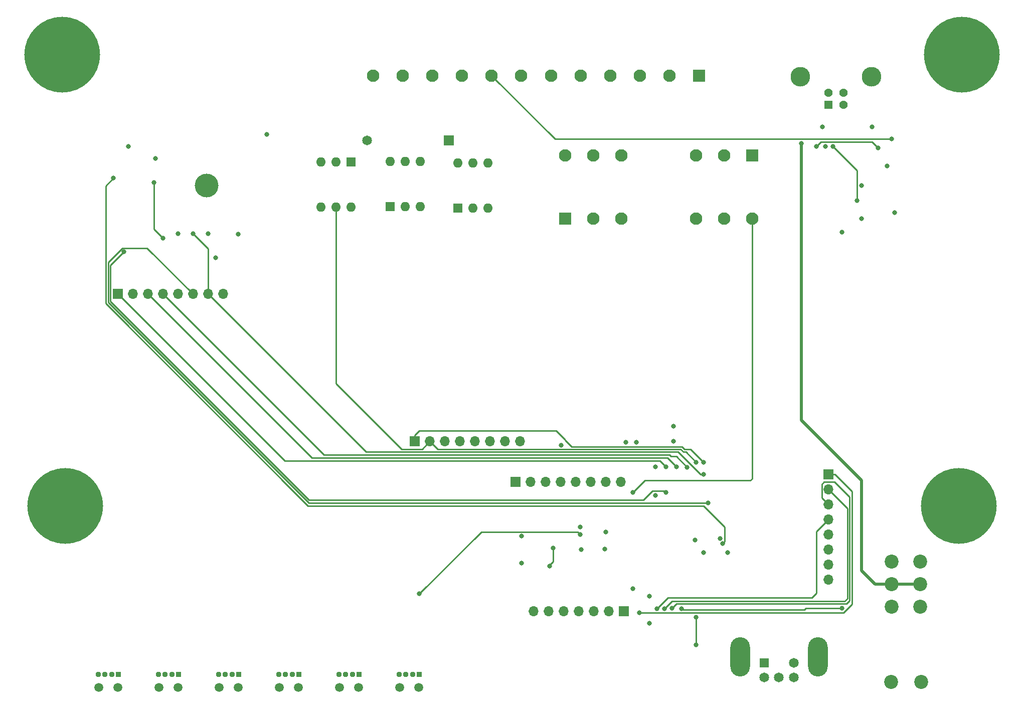
<source format=gbl>
%TF.GenerationSoftware,KiCad,Pcbnew,8.0.2*%
%TF.CreationDate,2024-05-30T20:46:21-07:00*%
%TF.ProjectId,DSP_TU,4453505f-5455-42e6-9b69-6361645f7063,B*%
%TF.SameCoordinates,Original*%
%TF.FileFunction,Copper,L4,Bot*%
%TF.FilePolarity,Positive*%
%FSLAX46Y46*%
G04 Gerber Fmt 4.6, Leading zero omitted, Abs format (unit mm)*
G04 Created by KiCad (PCBNEW 8.0.2) date 2024-05-30 20:46:21*
%MOMM*%
%LPD*%
G01*
G04 APERTURE LIST*
%TA.AperFunction,ComponentPad*%
%ADD10C,6.800000*%
%TD*%
%TA.AperFunction,ConnectorPad*%
%ADD11C,12.800000*%
%TD*%
%TA.AperFunction,ComponentPad*%
%ADD12R,1.700000X1.700000*%
%TD*%
%TA.AperFunction,ComponentPad*%
%ADD13O,1.700000X1.700000*%
%TD*%
%TA.AperFunction,ComponentPad*%
%ADD14R,1.428000X1.428000*%
%TD*%
%TA.AperFunction,ComponentPad*%
%ADD15C,1.428000*%
%TD*%
%TA.AperFunction,ComponentPad*%
%ADD16C,3.316000*%
%TD*%
%TA.AperFunction,ComponentPad*%
%ADD17R,0.950000X0.950000*%
%TD*%
%TA.AperFunction,ComponentPad*%
%ADD18C,0.950000*%
%TD*%
%TA.AperFunction,ComponentPad*%
%ADD19C,1.500000*%
%TD*%
%TA.AperFunction,ComponentPad*%
%ADD20R,2.100000X2.100000*%
%TD*%
%TA.AperFunction,ComponentPad*%
%ADD21C,2.100000*%
%TD*%
%TA.AperFunction,ComponentPad*%
%ADD22R,1.600000X1.600000*%
%TD*%
%TA.AperFunction,ComponentPad*%
%ADD23O,1.600000X1.600000*%
%TD*%
%TA.AperFunction,ComponentPad*%
%ADD24R,1.651000X1.651000*%
%TD*%
%TA.AperFunction,ComponentPad*%
%ADD25C,1.651000*%
%TD*%
%TA.AperFunction,ComponentPad*%
%ADD26C,2.362200*%
%TD*%
%TA.AperFunction,ComponentPad*%
%ADD27R,1.650000X1.650000*%
%TD*%
%TA.AperFunction,ComponentPad*%
%ADD28C,1.650000*%
%TD*%
%TA.AperFunction,ComponentPad*%
%ADD29O,3.316000X6.632000*%
%TD*%
%TA.AperFunction,ViaPad*%
%ADD30C,4.000000*%
%TD*%
%TA.AperFunction,ViaPad*%
%ADD31C,0.800000*%
%TD*%
%TA.AperFunction,Conductor*%
%ADD32C,0.250000*%
%TD*%
%TA.AperFunction,Conductor*%
%ADD33C,0.500000*%
%TD*%
G04 APERTURE END LIST*
D10*
%TO.P,MH1,1*%
%TO.N,N/C*%
X41148000Y-112014000D03*
D11*
X41148000Y-112014000D03*
%TD*%
D10*
%TO.P,MH4,1*%
%TO.N,N/C*%
X192024000Y-112014000D03*
D11*
X192024000Y-112014000D03*
%TD*%
D10*
%TO.P,MH3,1*%
%TO.N,N/C*%
X192532000Y-35814000D03*
D11*
X192532000Y-35814000D03*
%TD*%
D10*
%TO.P,MH2,1*%
%TO.N,GND*%
X40640000Y-35814000D03*
D11*
X40640000Y-35814000D03*
%TD*%
D12*
%TO.P,J1,1,Pin_1*%
%TO.N,Net-(J1-Pin_1)*%
X135487000Y-129737000D03*
D13*
%TO.P,J1,2,Pin_2*%
%TO.N,Net-(J1-Pin_2)*%
X132947000Y-129737000D03*
%TO.P,J1,3,Pin_3*%
%TO.N,Net-(J1-Pin_3)*%
X130407000Y-129737000D03*
%TO.P,J1,4,Pin_4*%
%TO.N,Net-(J1-Pin_4)*%
X127867000Y-129737000D03*
%TO.P,J1,5,Pin_5*%
%TO.N,Net-(J1-Pin_5)*%
X125327000Y-129737000D03*
%TO.P,J1,6,Pin_6*%
%TO.N,GND*%
X122787000Y-129737000D03*
%TO.P,J1,7,Pin_7*%
%TO.N,+3V3*%
X120247000Y-129737000D03*
%TD*%
D12*
%TO.P,J7,1,Pin_1*%
%TO.N,U1RTSn*%
X170026000Y-106680000D03*
D13*
%TO.P,J7,2,Pin_2*%
%TO.N,U1TX*%
X170026000Y-109220000D03*
%TO.P,J7,3,Pin_3*%
%TO.N,U1CTSn*%
X170026000Y-111760000D03*
%TO.P,J7,4,Pin_4*%
%TO.N,U1RX*%
X170026000Y-114300000D03*
%TO.P,J7,5,Pin_5*%
%TO.N,unconnected-(J7-Pin_5-Pad5)*%
X170026000Y-116840000D03*
%TO.P,J7,6,Pin_6*%
%TO.N,unconnected-(J7-Pin_6-Pad6)*%
X170026000Y-119380000D03*
%TO.P,J7,7,Pin_7*%
%TO.N,unconnected-(J7-Pin_7-Pad7)*%
X170026000Y-121920000D03*
%TO.P,J7,8,Pin_8*%
%TO.N,GND*%
X170026000Y-124460000D03*
%TD*%
D12*
%TO.P,J6,1,Pin_1*%
%TO.N,LOOP_KEY*%
X100176000Y-101092000D03*
D13*
%TO.P,J6,2,Pin_2*%
%TO.N,LOOP_SENSE*%
X102716000Y-101092000D03*
%TO.P,J6,3,Pin_3*%
%TO.N,unconnected-(J6-Pin_3-Pad3)*%
X105256000Y-101092000D03*
%TO.P,J6,4,Pin_4*%
%TO.N,unconnected-(J6-Pin_4-Pad4)*%
X107796000Y-101092000D03*
%TO.P,J6,5,Pin_5*%
%TO.N,unconnected-(J6-Pin_5-Pad5)*%
X110336000Y-101092000D03*
%TO.P,J6,6,Pin_6*%
%TO.N,PTT*%
X112876000Y-101092000D03*
%TO.P,J6,7,Pin_7*%
%TO.N,AFSK_OUT*%
X115416000Y-101092000D03*
%TO.P,J6,8,Pin_8*%
%TO.N,GND*%
X117956000Y-101092000D03*
%TD*%
D14*
%TO.P,J3,1,VBUS*%
%TO.N,Net-(J3-VBUS)*%
X170026000Y-44212000D03*
D15*
%TO.P,J3,2,D-*%
%TO.N,Net-(J3-D-)*%
X172526000Y-44212000D03*
%TO.P,J3,3,D+*%
%TO.N,Net-(J3-D+)*%
X172526000Y-42212000D03*
%TO.P,J3,4,GND*%
%TO.N,GND*%
X170026000Y-42212000D03*
D16*
%TO.P,J3,5,Shield*%
X177296000Y-39502000D03*
%TO.P,J3,6,SH*%
X165256000Y-39502000D03*
%TD*%
D17*
%TO.P,S6,L1,A__AMBER*%
%TO.N,Net-(S6-A__AMBER)*%
X100938000Y-140462000D03*
D18*
%TO.P,S6,L2,K_AMBER*%
%TO.N,GND*%
X97488000Y-140462000D03*
D19*
%TO.P,S6,MH1,MH1*%
X100813000Y-142662000D03*
%TO.P,S6,MH2,MH2*%
X97613000Y-142662000D03*
D18*
%TO.P,S6,S1,COM*%
%TO.N,TX_TOGGLEn*%
X99788000Y-140462000D03*
%TO.P,S6,S2,NO*%
%TO.N,GND*%
X98638000Y-140462000D03*
%TD*%
D17*
%TO.P,S5,L1,A__AMBER*%
%TO.N,Net-(S5-A__AMBER)*%
X90778000Y-140462000D03*
D18*
%TO.P,S5,L2,K_AMBER*%
%TO.N,GND*%
X87328000Y-140462000D03*
D19*
%TO.P,S5,MH1,MH1*%
X90653000Y-142662000D03*
%TO.P,S5,MH2,MH2*%
X87453000Y-142662000D03*
D18*
%TO.P,S5,S1,COM*%
%TO.N,KOS_TOGGLEn*%
X89628000Y-140462000D03*
%TO.P,S5,S2,NO*%
%TO.N,GND*%
X88478000Y-140462000D03*
%TD*%
D20*
%TO.P,J5,1,1*%
%TO.N,AFSK_INa*%
X148129000Y-39306000D03*
D21*
%TO.P,J5,2,2*%
%TO.N,AFSK_INb*%
X143129000Y-39306000D03*
%TO.P,J5,3,3*%
%TO.N,GND*%
X138129000Y-39306000D03*
%TO.P,J5,4,4*%
%TO.N,AFSK_OUTa*%
X133129000Y-39306000D03*
%TO.P,J5,5,5*%
%TO.N,AFSK_OUTb*%
X128129000Y-39306000D03*
%TO.P,J5,6,6*%
%TO.N,PTTa*%
X123129000Y-39306000D03*
%TO.P,J5,7,7*%
%TO.N,PTTb*%
X118129000Y-39306000D03*
%TO.P,J5,8,8*%
%TO.N,AUTOSTART*%
X113129000Y-39306000D03*
%TO.P,J5,9,9*%
%TO.N,GND*%
X108129000Y-39306000D03*
%TO.P,J5,10,10*%
X103129000Y-39306000D03*
%TO.P,J5,11,11*%
%TO.N,LOOPa*%
X98129000Y-39306000D03*
%TO.P,J5,12,12*%
%TO.N,LOOPb*%
X93129000Y-39306000D03*
%TD*%
D22*
%TO.P,K1,1,1*%
%TO.N,Net-(K1-Pad1)*%
X96027000Y-61458000D03*
D23*
%TO.P,K1,2,2*%
%TO.N,GND*%
X98567000Y-61458000D03*
%TO.P,K1,3,3*%
%TO.N,unconnected-(K1-Pad3)*%
X101107000Y-61458000D03*
%TO.P,K1,4,4*%
%TO.N,LOOPa*%
X101107000Y-53838000D03*
%TO.P,K1,5,5*%
%TO.N,unconnected-(K1-Pad5)*%
X98567000Y-53838000D03*
%TO.P,K1,6,6*%
%TO.N,Net-(CR1-CATHODE{slash}ANODE-Pad2)*%
X96027000Y-53838000D03*
%TD*%
D22*
%TO.P,K2,1,1*%
%TO.N,Net-(K2-Pad1)*%
X107442000Y-61722000D03*
D23*
%TO.P,K2,2,2*%
%TO.N,GND*%
X109982000Y-61722000D03*
%TO.P,K2,3,3*%
%TO.N,unconnected-(K2-Pad3)*%
X112522000Y-61722000D03*
%TO.P,K2,4,4*%
%TO.N,PTTa*%
X112522000Y-54102000D03*
%TO.P,K2,5,5*%
%TO.N,unconnected-(K2-Pad5)*%
X109982000Y-54102000D03*
%TO.P,K2,6,6*%
%TO.N,PTTb*%
X107442000Y-54102000D03*
%TD*%
D12*
%TO.P,J4,1,Pin_1*%
%TO.N,WIFI_MOSI*%
X50038000Y-76200000D03*
D13*
%TO.P,J4,2,Pin_2*%
%TO.N,WIFI_MISO_TP*%
X52578000Y-76200000D03*
%TO.P,J4,3,Pin_3*%
%TO.N,WIFI_SPI_CLK*%
X55118000Y-76200000D03*
%TO.P,J4,4,Pin_4*%
%TO.N,WIFI_CSn*%
X57658000Y-76200000D03*
%TO.P,J4,5,Pin_5*%
%TO.N,WIFI_IRQn*%
X60198000Y-76200000D03*
%TO.P,J4,6,Pin_6*%
%TO.N,WIFI_RESETn*%
X62738000Y-76200000D03*
%TO.P,J4,7,Pin_7*%
%TO.N,WIFI_EN*%
X65278000Y-76200000D03*
%TO.P,J4,8,Pin_8*%
%TO.N,GND*%
X67818000Y-76200000D03*
%TD*%
D20*
%TO.P,T2,1,1*%
%TO.N,Net-(C10-Pad1)*%
X125551500Y-63500000D03*
D21*
%TO.P,T2,2,2*%
%TO.N,unconnected-(T2-Pad2)*%
X130301500Y-63500000D03*
%TO.P,T2,3,3*%
%TO.N,GND*%
X135051500Y-63500000D03*
%TO.P,T2,4,4*%
%TO.N,AFSK_OUTa*%
X135051500Y-52832000D03*
%TO.P,T2,5,5*%
%TO.N,unconnected-(T2-Pad5)*%
X130301500Y-52832000D03*
%TO.P,T2,6,6*%
%TO.N,AFSK_OUTb*%
X125551500Y-52832000D03*
%TD*%
D17*
%TO.P,S1,L1,A__AMBER*%
%TO.N,Net-(S1-A__AMBER)*%
X50138000Y-140462000D03*
D18*
%TO.P,S1,L2,K_AMBER*%
%TO.N,GND*%
X46688000Y-140462000D03*
D19*
%TO.P,S1,MH1,MH1*%
X50013000Y-142662000D03*
%TO.P,S1,MH2,MH2*%
X46813000Y-142662000D03*
D18*
%TO.P,S1,S1,COM*%
%TO.N,MARK_HI_TOGGLEn*%
X48988000Y-140462000D03*
%TO.P,S1,S2,NO*%
%TO.N,GND*%
X47838000Y-140462000D03*
%TD*%
D17*
%TO.P,S4,L1,A__AMBER*%
%TO.N,Net-(S4-A__AMBER)*%
X80618000Y-140462000D03*
D18*
%TO.P,S4,L2,K_AMBER*%
%TO.N,GND*%
X77168000Y-140462000D03*
D19*
%TO.P,S4,MH1,MH1*%
X80493000Y-142662000D03*
%TO.P,S4,MH2,MH2*%
X77293000Y-142662000D03*
D18*
%TO.P,S4,S1,COM*%
%TO.N,MOTOR_TOGGLEn*%
X79468000Y-140462000D03*
%TO.P,S4,S2,NO*%
%TO.N,GND*%
X78318000Y-140462000D03*
%TD*%
D17*
%TO.P,S3,L1,A__AMBER*%
%TO.N,Net-(S3-A__AMBER)*%
X70458000Y-140462000D03*
D18*
%TO.P,S3,L2,K_AMBER*%
%TO.N,GND*%
X67008000Y-140462000D03*
D19*
%TO.P,S3,MH1,MH1*%
X70333000Y-142662000D03*
%TO.P,S3,MH2,MH2*%
X67133000Y-142662000D03*
D18*
%TO.P,S3,S1,COM*%
%TO.N,AUTOSTART_TOGGLEn*%
X69308000Y-140462000D03*
%TO.P,S3,S2,NO*%
%TO.N,GND*%
X68158000Y-140462000D03*
%TD*%
D24*
%TO.P,CR1,1,CATHODE/ANODE*%
%TO.N,LOOPa*%
X105918000Y-50292000D03*
D25*
%TO.P,CR1,2,CATHODE/ANODE*%
%TO.N,Net-(CR1-CATHODE{slash}ANODE-Pad2)*%
X92125800Y-50292000D03*
%TD*%
D20*
%TO.P,T1,1,PRI_1*%
%TO.N,AFSK_INa*%
X157150500Y-52832000D03*
D21*
%TO.P,T1,2,PRI_2*%
%TO.N,unconnected-(T1-PRI_2-Pad2)*%
X152400500Y-52832000D03*
%TO.P,T1,3,PRI_3*%
%TO.N,AFSK_INb*%
X147650500Y-52832000D03*
%TO.P,T1,4,SEC_1*%
%TO.N,Net-(T1-SEC_1)*%
X147650500Y-63500000D03*
%TO.P,T1,5,SEC_2*%
%TO.N,unconnected-(T1-SEC_2-Pad5)*%
X152400500Y-63500000D03*
%TO.P,T1,6,SEC_3*%
%TO.N,Net-(T1-SEC_3)*%
X157150500Y-63500000D03*
%TD*%
D26*
%TO.P,S8,1,1*%
%TO.N,unconnected-(S8-Pad1)*%
X180694000Y-121412000D03*
%TO.P,S8,2,2*%
%TO.N,+5V*%
X180694000Y-125222000D03*
%TO.P,S8,3,3*%
%TO.N,+5V_SW*%
X180694000Y-129032000D03*
%TO.P,S8,4,4*%
%TO.N,unconnected-(S8-Pad4)*%
X185520000Y-121412000D03*
%TO.P,S8,5,5*%
%TO.N,+5V*%
X185520000Y-125222000D03*
%TO.P,S8,6,6*%
%TO.N,+5V_SW*%
X185520000Y-129032000D03*
%TO.P,S8,7*%
%TO.N,N/C*%
X180567000Y-141732000D03*
%TO.P,S8,8*%
X185647000Y-141732000D03*
%TD*%
D27*
%TO.P,S7,1,1*%
%TO.N,ENCODER_SWn*%
X159144000Y-138470000D03*
D28*
%TO.P,S7,2,2*%
%TO.N,GND*%
X164144000Y-138470000D03*
%TO.P,S7,A,CHANNEL_A*%
%TO.N,QAn*%
X159144000Y-140970000D03*
%TO.P,S7,B,CHANNEL_B*%
%TO.N,QBn*%
X164144000Y-140970000D03*
%TO.P,S7,C,COMMON*%
%TO.N,GND*%
X161644000Y-140970000D03*
D29*
%TO.P,S7,S1,SHIELD*%
X155094000Y-137470000D03*
%TO.P,S7,S2,SHIELD*%
X168194000Y-137470000D03*
%TD*%
D22*
%TO.P,U4,1*%
%TO.N,Net-(CR1-CATHODE{slash}ANODE-Pad2)*%
X89393000Y-53858000D03*
D23*
%TO.P,U4,2*%
%TO.N,LOOPb*%
X86853000Y-53858000D03*
%TO.P,U4,3,NC*%
%TO.N,unconnected-(U4-NC-Pad3)*%
X84313000Y-53858000D03*
%TO.P,U4,4*%
%TO.N,GND*%
X84313000Y-61478000D03*
%TO.P,U4,5*%
%TO.N,LOOP_SENSE*%
X86853000Y-61478000D03*
%TO.P,U4,6*%
%TO.N,unconnected-(U4-Pad6)*%
X89393000Y-61478000D03*
%TD*%
D12*
%TO.P,J2,1,Pin_1*%
%TO.N,MCLRn*%
X117194000Y-107950000D03*
D13*
%TO.P,J2,2,Pin_2*%
%TO.N,+3V3*%
X119734000Y-107950000D03*
%TO.P,J2,3,Pin_3*%
%TO.N,GND*%
X122274000Y-107950000D03*
%TO.P,J2,4,Pin_4*%
%TO.N,PGED*%
X124814000Y-107950000D03*
%TO.P,J2,5,Pin_5*%
%TO.N,PGEC*%
X127354000Y-107950000D03*
%TO.P,J2,6,Pin_6*%
%TO.N,unconnected-(J2-Pin_6-Pad6)*%
X129894000Y-107950000D03*
%TO.P,J2,7,Pin_7*%
%TO.N,unconnected-(J2-Pin_7-Pad7)*%
X132434000Y-107950000D03*
%TO.P,J2,8,Pin_8*%
%TO.N,IDLEn*%
X134974000Y-107950000D03*
%TD*%
D17*
%TO.P,S2,L1,A__AMBER*%
%TO.N,Net-(S2-A__AMBER)*%
X60298000Y-140462000D03*
D18*
%TO.P,S2,L2,K_AMBER*%
%TO.N,GND*%
X56848000Y-140462000D03*
D19*
%TO.P,S2,MH1,MH1*%
X60173000Y-142662000D03*
%TO.P,S2,MH2,MH2*%
X56973000Y-142662000D03*
D18*
%TO.P,S2,S1,COM*%
%TO.N,SHIFT_TOGGLEn*%
X59148000Y-140462000D03*
%TO.P,S2,S2,NO*%
%TO.N,GND*%
X57998000Y-140462000D03*
%TD*%
D30*
%TO.N,GND*%
X65024000Y-57912000D03*
D31*
X140816000Y-110236000D03*
X177392000Y-48006000D03*
X147457398Y-117745502D03*
X132193255Y-119267095D03*
X175614000Y-57912000D03*
X143864000Y-98552000D03*
X169518000Y-51308000D03*
X56388000Y-53340000D03*
X124864043Y-101695999D03*
X175614000Y-63500000D03*
X66548000Y-70104000D03*
X139800000Y-127254000D03*
X179932000Y-54610000D03*
X137530697Y-101246498D03*
X132381106Y-116384894D03*
X75184000Y-49276000D03*
X148902500Y-119846500D03*
X70358000Y-66114500D03*
X169010000Y-48006000D03*
X137006000Y-125984000D03*
X172312000Y-65786000D03*
X118210000Y-121666000D03*
%TO.N,+3V3*%
X51816000Y-51308000D03*
X60198000Y-66040000D03*
X65278000Y-66040000D03*
X181202000Y-62484000D03*
X135752697Y-101246498D03*
X151675859Y-117460440D03*
X153008000Y-119888000D03*
X143864000Y-101092000D03*
X140816000Y-105410000D03*
X128274500Y-119380000D03*
X139800000Y-131826000D03*
X118210000Y-117094000D03*
X128116000Y-115570000D03*
%TO.N,+5V_SW*%
X170788000Y-51308000D03*
X174852000Y-60452000D03*
%TO.N,PWRENn*%
X167994000Y-51308000D03*
X178408000Y-51562000D03*
%TO.N,LOOP_SENSE*%
X147678299Y-104643701D03*
%TO.N,WIFI_CSn*%
X146145701Y-105414299D03*
X57658000Y-66802000D03*
X56134000Y-57404000D03*
%TO.N,WIFI_SPI_CLK*%
X144372000Y-105410000D03*
%TO.N,WIFI_MOSI*%
X142594000Y-105410000D03*
%TO.N,WIFI_MISO*%
X142594000Y-109728000D03*
X51054000Y-69088000D03*
%TO.N,U1CTSn*%
X143610000Y-129286000D03*
%TO.N,U1TX*%
X142340000Y-129323500D03*
%TO.N,U1RTSn*%
X138059500Y-130048000D03*
%TO.N,U1RX*%
X141070000Y-129323500D03*
%TO.N,Net-(T1-SEC_3)*%
X137006000Y-109728000D03*
%TO.N,AUTOSTART*%
X180694000Y-50038000D03*
%TO.N,LOOP_KEY*%
X148944000Y-104648000D03*
%TO.N,WIFI_EN*%
X148944000Y-106680000D03*
X62738000Y-66040000D03*
%TO.N,Net-(U1-AN9{slash}RPB14{slash}SCK3{slash}PMA1{slash}RB14)*%
X123544000Y-119126000D03*
X122951113Y-122136500D03*
%TO.N,AUTOSTARTn*%
X172312000Y-129286000D03*
X145144497Y-129328500D03*
%TO.N,WIFI_IRQn*%
X49276000Y-56642000D03*
X152104213Y-118363500D03*
%TO.N,WIFI_RESETn*%
X149706000Y-111506000D03*
%TO.N,TX_LED*%
X128116000Y-116840000D03*
X100938000Y-126810500D03*
%TO.N,TX_TOGGLEn*%
X147674000Y-135446500D03*
X147674000Y-130810000D03*
%TO.N,+5V*%
X165454000Y-50800000D03*
%TD*%
D32*
%TO.N,+5V_SW*%
X174852000Y-55372000D02*
X174852000Y-60452000D01*
X170788000Y-51308000D02*
X174852000Y-55372000D01*
%TO.N,PWRENn*%
X168756000Y-50546000D02*
X171042000Y-50546000D01*
X177392000Y-50546000D02*
X178408000Y-51562000D01*
X171042000Y-50546000D02*
X177392000Y-50546000D01*
X167994000Y-51308000D02*
X168756000Y-50546000D01*
%TO.N,LOOP_SENSE*%
X86853000Y-91350000D02*
X97923499Y-102420499D01*
X145515690Y-102870000D02*
X145904598Y-102870000D01*
X97923499Y-102420499D02*
X101387501Y-102420499D01*
X101387501Y-102420499D02*
X102716000Y-101092000D01*
X102716000Y-101092000D02*
X103994998Y-102370998D01*
X145016688Y-102370998D02*
X145515690Y-102870000D01*
X103994998Y-102370998D02*
X145016688Y-102370998D01*
X145904598Y-102870000D02*
X147678299Y-104643701D01*
X86853000Y-61478000D02*
X86853000Y-91350000D01*
%TO.N,WIFI_CSn*%
X143423811Y-103573501D02*
X143169811Y-103319501D01*
X144304903Y-103573501D02*
X143423811Y-103573501D01*
X56134000Y-65278000D02*
X57658000Y-66802000D01*
X84777501Y-103319501D02*
X57658000Y-76200000D01*
X146145701Y-105414299D02*
X144304903Y-103573501D01*
X56134000Y-57404000D02*
X56134000Y-65278000D01*
X143169811Y-103319501D02*
X84777501Y-103319501D01*
%TO.N,WIFI_SPI_CLK*%
X82804000Y-103886000D02*
X55118000Y-76200000D01*
X142848000Y-103886000D02*
X82804000Y-103886000D01*
X144372000Y-105410000D02*
X142848000Y-103886000D01*
%TO.N,WIFI_MOSI*%
X142594000Y-105410000D02*
X141578000Y-104394000D01*
X78232000Y-104394000D02*
X50038000Y-76200000D01*
X141578000Y-104394000D02*
X78232000Y-104394000D01*
%TO.N,WIFI_MISO*%
X48768000Y-71374000D02*
X51054000Y-69088000D01*
X142594000Y-109728000D02*
X142340000Y-109474000D01*
X140308000Y-109474000D02*
X138784000Y-110998000D01*
X82296000Y-110998000D02*
X48768000Y-77470000D01*
X138784000Y-110998000D02*
X82296000Y-110998000D01*
X48768000Y-77470000D02*
X48768000Y-71374000D01*
X142340000Y-109474000D02*
X140308000Y-109474000D01*
%TO.N,U1CTSn*%
X168901000Y-110635000D02*
X170026000Y-111760000D01*
X144372000Y-128524000D02*
X173074000Y-128524000D01*
X173582000Y-128016000D02*
X173582000Y-110490000D01*
X173582000Y-110490000D02*
X171042000Y-107950000D01*
X171042000Y-107950000D02*
X169264000Y-107950000D01*
X169264000Y-107950000D02*
X168901000Y-108313000D01*
X173074000Y-128524000D02*
X173582000Y-128016000D01*
X168901000Y-108313000D02*
X168901000Y-110635000D01*
X143610000Y-129286000D02*
X144372000Y-128524000D01*
%TO.N,U1TX*%
X143589500Y-128074000D02*
X172704314Y-128074000D01*
X142340000Y-129323500D02*
X143589500Y-128074000D01*
X172704314Y-128074000D02*
X173182000Y-127596314D01*
X173182000Y-112376000D02*
X170026000Y-109220000D01*
X173182000Y-127596314D02*
X173182000Y-112376000D01*
%TO.N,U1RTSn*%
X173982000Y-128570595D02*
X173982000Y-109536000D01*
X173982000Y-109536000D02*
X171126000Y-106680000D01*
X171126000Y-106680000D02*
X170026000Y-106680000D01*
X172504595Y-130048000D02*
X173982000Y-128570595D01*
X138059500Y-130048000D02*
X172504595Y-130048000D01*
%TO.N,U1RX*%
X141070000Y-129323500D02*
X142885500Y-127508000D01*
X167994000Y-116332000D02*
X170026000Y-114300000D01*
X167232000Y-127508000D02*
X167994000Y-126746000D01*
X142885500Y-127508000D02*
X167232000Y-127508000D01*
X167994000Y-126746000D02*
X167994000Y-116332000D01*
%TO.N,Net-(T1-SEC_3)*%
X139038000Y-107696000D02*
X156818000Y-107696000D01*
X157150500Y-107363500D02*
X157150500Y-63500000D01*
X156818000Y-107696000D02*
X157150500Y-107363500D01*
X137006000Y-109728000D02*
X139038000Y-107696000D01*
%TO.N,AUTOSTART*%
X180694000Y-50038000D02*
X123861000Y-50038000D01*
X123861000Y-50038000D02*
X113129000Y-39306000D01*
%TO.N,LOOP_KEY*%
X148944000Y-104648000D02*
X146716000Y-102420000D01*
X145252378Y-101970998D02*
X126650998Y-101970998D01*
X145701380Y-102420000D02*
X145252378Y-101970998D01*
X100176000Y-100076000D02*
X100176000Y-101092000D01*
X100938000Y-99314000D02*
X100176000Y-100076000D01*
X125576000Y-100838000D02*
X124052000Y-99314000D01*
X126650998Y-101970998D02*
X125576000Y-100896000D01*
X125576000Y-100896000D02*
X125576000Y-100838000D01*
X146716000Y-102420000D02*
X145701380Y-102420000D01*
X124052000Y-99314000D02*
X100938000Y-99314000D01*
%TO.N,WIFI_EN*%
X65278000Y-76200000D02*
X65278000Y-68580000D01*
X91948000Y-102870000D02*
X65278000Y-76200000D01*
X148944000Y-106680000D02*
X148436000Y-106680000D01*
X65278000Y-68580000D02*
X62738000Y-66040000D01*
X144626000Y-102870000D02*
X91948000Y-102870000D01*
X148436000Y-106680000D02*
X144626000Y-102870000D01*
%TO.N,Net-(U1-AN9{slash}RPB14{slash}SCK3{slash}PMA1{slash}RB14)*%
X123544000Y-121412000D02*
X122951113Y-122004887D01*
X122951113Y-122004887D02*
X122951113Y-122136500D01*
X123544000Y-119126000D02*
X123544000Y-121412000D01*
%TO.N,AUTOSTARTn*%
X172312000Y-129286000D02*
X166211695Y-129286000D01*
X165959847Y-129537848D02*
X145353845Y-129537848D01*
X145353845Y-129537848D02*
X145144497Y-129328500D01*
X166211695Y-129286000D02*
X165959847Y-129537848D01*
%TO.N,WIFI_IRQn*%
X101385208Y-111956000D02*
X148886000Y-111956000D01*
X82122630Y-111956000D02*
X47968000Y-77801370D01*
X47968000Y-77801370D02*
X47968000Y-57950000D01*
X47968000Y-57950000D02*
X49276000Y-56642000D01*
X152500000Y-117967713D02*
X152104213Y-118363500D01*
X152500000Y-115570000D02*
X152500000Y-117967713D01*
X148886000Y-111956000D02*
X152500000Y-115570000D01*
X101385208Y-111956000D02*
X82122630Y-111956000D01*
%TO.N,WIFI_RESETn*%
X48368000Y-77635685D02*
X48368000Y-70819405D01*
X149706000Y-111506000D02*
X82238315Y-111506000D01*
X48368000Y-70819405D02*
X50774405Y-68413000D01*
X82238315Y-111506000D02*
X48368000Y-77635685D01*
X50774405Y-68413000D02*
X54951000Y-68413000D01*
X54951000Y-68413000D02*
X62738000Y-76200000D01*
%TO.N,TX_LED*%
X127645000Y-116369000D02*
X111379500Y-116369000D01*
X111379500Y-116369000D02*
X100938000Y-126810500D01*
X128116000Y-116840000D02*
X127645000Y-116369000D01*
%TO.N,TX_TOGGLEn*%
X147674000Y-130810000D02*
X147674000Y-135446500D01*
D33*
%TO.N,+5V*%
X165454000Y-97536000D02*
X165454000Y-50800000D01*
X175614000Y-122936000D02*
X175614000Y-107696000D01*
X177900000Y-125222000D02*
X175614000Y-122936000D01*
X175614000Y-107696000D02*
X165454000Y-97536000D01*
X185520000Y-125222000D02*
X177900000Y-125222000D01*
%TD*%
M02*

</source>
